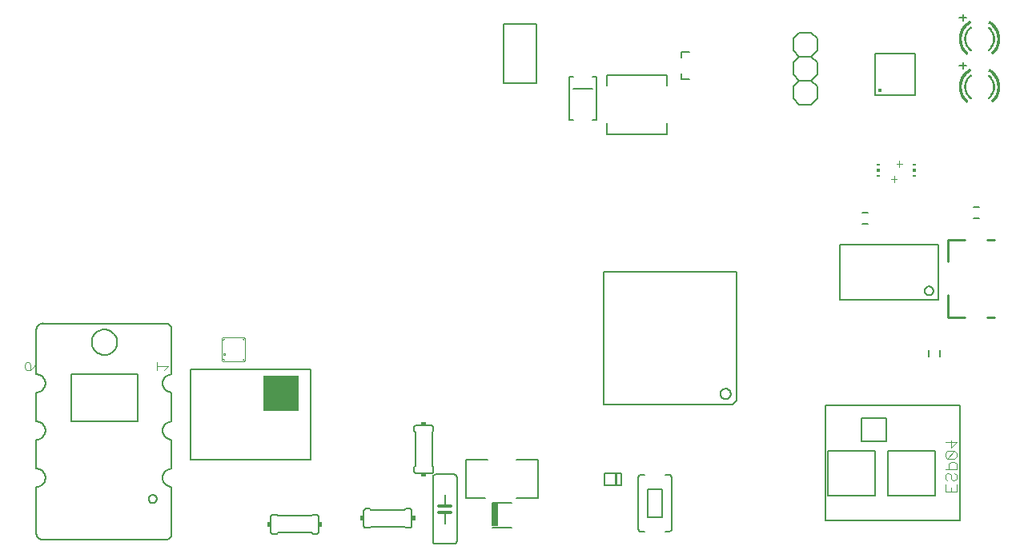
<source format=gbo>
G75*
G70*
%OFA0B0*%
%FSLAX24Y24*%
%IPPOS*%
%LPD*%
%AMOC8*
5,1,8,0,0,1.08239X$1,22.5*
%
%ADD10C,0.0060*%
%ADD11C,0.0100*%
%ADD12C,0.0030*%
%ADD13R,0.0118X0.0059*%
%ADD14R,0.0118X0.0118*%
%ADD15C,0.0010*%
%ADD16C,0.0050*%
%ADD17R,0.0150X0.0200*%
%ADD18C,0.0080*%
%ADD19R,0.0266X0.0965*%
%ADD20C,0.0120*%
%ADD21R,0.0200X0.0150*%
%ADD22C,0.0040*%
%ADD23R,0.1500X0.1500*%
%ADD24C,0.0020*%
%ADD25C,0.0008*%
%ADD26C,0.0176*%
D10*
X013007Y005522D02*
X013007Y006122D01*
X013009Y006139D01*
X013013Y006156D01*
X013020Y006172D01*
X013030Y006186D01*
X013043Y006199D01*
X013057Y006209D01*
X013073Y006216D01*
X013090Y006220D01*
X013107Y006222D01*
X013257Y006222D01*
X013307Y006172D01*
X014707Y006172D01*
X014757Y006222D01*
X014907Y006222D01*
X014924Y006220D01*
X014941Y006216D01*
X014957Y006209D01*
X014971Y006199D01*
X014984Y006186D01*
X014994Y006172D01*
X015001Y006156D01*
X015005Y006139D01*
X015007Y006122D01*
X015007Y005522D01*
X015005Y005505D01*
X015001Y005488D01*
X014994Y005472D01*
X014984Y005458D01*
X014971Y005445D01*
X014957Y005435D01*
X014941Y005428D01*
X014924Y005424D01*
X014907Y005422D01*
X014757Y005422D01*
X014707Y005472D01*
X013307Y005472D01*
X013257Y005422D01*
X013107Y005422D01*
X013090Y005424D01*
X013073Y005428D01*
X013057Y005435D01*
X013043Y005445D01*
X013030Y005458D01*
X013020Y005472D01*
X013013Y005488D01*
X013009Y005505D01*
X013007Y005522D01*
X016882Y005772D02*
X016882Y006372D01*
X016884Y006389D01*
X016888Y006406D01*
X016895Y006422D01*
X016905Y006436D01*
X016918Y006449D01*
X016932Y006459D01*
X016948Y006466D01*
X016965Y006470D01*
X016982Y006472D01*
X017132Y006472D01*
X017182Y006422D01*
X018582Y006422D01*
X018632Y006472D01*
X018782Y006472D01*
X018799Y006470D01*
X018816Y006466D01*
X018832Y006459D01*
X018846Y006449D01*
X018859Y006436D01*
X018869Y006422D01*
X018876Y006406D01*
X018880Y006389D01*
X018882Y006372D01*
X018882Y005772D01*
X018880Y005755D01*
X018876Y005738D01*
X018869Y005722D01*
X018859Y005708D01*
X018846Y005695D01*
X018832Y005685D01*
X018816Y005678D01*
X018799Y005674D01*
X018782Y005672D01*
X018632Y005672D01*
X018582Y005722D01*
X017182Y005722D01*
X017132Y005672D01*
X016982Y005672D01*
X016965Y005674D01*
X016948Y005678D01*
X016932Y005685D01*
X016918Y005695D01*
X016905Y005708D01*
X016895Y005722D01*
X016888Y005738D01*
X016884Y005755D01*
X016882Y005772D01*
X019757Y005097D02*
X019757Y007797D01*
X019759Y007814D01*
X019763Y007831D01*
X019770Y007847D01*
X019780Y007861D01*
X019793Y007874D01*
X019807Y007884D01*
X019823Y007891D01*
X019840Y007895D01*
X019857Y007897D01*
X020657Y007897D01*
X020674Y007895D01*
X020691Y007891D01*
X020707Y007884D01*
X020721Y007874D01*
X020734Y007861D01*
X020744Y007847D01*
X020751Y007831D01*
X020755Y007814D01*
X020757Y007797D01*
X020757Y005097D01*
X020755Y005080D01*
X020751Y005063D01*
X020744Y005047D01*
X020734Y005033D01*
X020721Y005020D01*
X020707Y005010D01*
X020691Y005003D01*
X020674Y004999D01*
X020657Y004997D01*
X019857Y004997D01*
X019840Y004999D01*
X019823Y005003D01*
X019807Y005010D01*
X019793Y005020D01*
X019780Y005033D01*
X019770Y005047D01*
X019763Y005063D01*
X019759Y005080D01*
X019757Y005097D01*
X020257Y005847D02*
X020257Y006317D01*
X020257Y006567D02*
X020257Y007047D01*
X019682Y007947D02*
X019082Y007947D01*
X019065Y007949D01*
X019048Y007953D01*
X019032Y007960D01*
X019018Y007970D01*
X019005Y007983D01*
X018995Y007997D01*
X018988Y008013D01*
X018984Y008030D01*
X018982Y008047D01*
X018982Y008197D01*
X019032Y008247D01*
X019032Y009647D01*
X018982Y009697D01*
X018982Y009847D01*
X018984Y009864D01*
X018988Y009881D01*
X018995Y009897D01*
X019005Y009911D01*
X019018Y009924D01*
X019032Y009934D01*
X019048Y009941D01*
X019065Y009945D01*
X019082Y009947D01*
X019682Y009947D01*
X019699Y009945D01*
X019716Y009941D01*
X019732Y009934D01*
X019746Y009924D01*
X019759Y009911D01*
X019769Y009897D01*
X019776Y009881D01*
X019780Y009864D01*
X019782Y009847D01*
X019782Y009697D01*
X019732Y009647D01*
X019732Y008247D01*
X019782Y008197D01*
X019782Y008047D01*
X019780Y008030D01*
X019776Y008013D01*
X019769Y007997D01*
X019759Y007983D01*
X019746Y007970D01*
X019732Y007960D01*
X019716Y007953D01*
X019699Y007949D01*
X019682Y007947D01*
X026862Y010802D02*
X032232Y010802D01*
X032402Y010972D01*
X032402Y016342D01*
X026862Y016342D01*
X026862Y010802D01*
X031727Y011257D02*
X031729Y011286D01*
X031735Y011315D01*
X031744Y011343D01*
X031758Y011369D01*
X031774Y011393D01*
X031794Y011415D01*
X031817Y011434D01*
X031841Y011450D01*
X031868Y011462D01*
X031896Y011471D01*
X031925Y011476D01*
X031954Y011477D01*
X031984Y011474D01*
X032012Y011467D01*
X032040Y011457D01*
X032065Y011442D01*
X032089Y011425D01*
X032110Y011405D01*
X032128Y011382D01*
X032143Y011356D01*
X032155Y011329D01*
X032163Y011301D01*
X032167Y011272D01*
X032167Y011242D01*
X032163Y011213D01*
X032155Y011185D01*
X032143Y011158D01*
X032128Y011132D01*
X032110Y011109D01*
X032089Y011089D01*
X032065Y011072D01*
X032040Y011057D01*
X032012Y011047D01*
X031984Y011040D01*
X031954Y011037D01*
X031925Y011038D01*
X031896Y011043D01*
X031868Y011052D01*
X031841Y011064D01*
X031817Y011080D01*
X031794Y011099D01*
X031774Y011121D01*
X031758Y011145D01*
X031744Y011171D01*
X031735Y011199D01*
X031729Y011228D01*
X031727Y011257D01*
X036710Y015171D02*
X040804Y015171D01*
X040804Y017474D01*
X036710Y017474D01*
X036710Y015171D01*
X040239Y015555D02*
X040241Y015581D01*
X040247Y015607D01*
X040256Y015632D01*
X040269Y015655D01*
X040285Y015676D01*
X040304Y015694D01*
X040326Y015710D01*
X040349Y015722D01*
X040374Y015730D01*
X040400Y015735D01*
X040427Y015736D01*
X040453Y015733D01*
X040478Y015726D01*
X040503Y015716D01*
X040525Y015702D01*
X040546Y015685D01*
X040563Y015666D01*
X040578Y015644D01*
X040589Y015620D01*
X040597Y015594D01*
X040601Y015568D01*
X040601Y015542D01*
X040597Y015516D01*
X040589Y015490D01*
X040578Y015466D01*
X040563Y015444D01*
X040546Y015425D01*
X040525Y015408D01*
X040503Y015394D01*
X040478Y015384D01*
X040453Y015377D01*
X040427Y015374D01*
X040400Y015375D01*
X040374Y015380D01*
X040349Y015388D01*
X040326Y015400D01*
X040304Y015416D01*
X040285Y015434D01*
X040269Y015455D01*
X040256Y015478D01*
X040247Y015503D01*
X040241Y015529D01*
X040239Y015555D01*
X040396Y013065D02*
X040396Y012829D01*
X040868Y012829D02*
X040868Y013065D01*
X037875Y018336D02*
X037639Y018336D01*
X037639Y018808D02*
X037875Y018808D01*
X042264Y018586D02*
X042500Y018586D01*
X042500Y019058D02*
X042264Y019058D01*
X035757Y023572D02*
X035507Y023322D01*
X035007Y023322D01*
X034757Y023572D01*
X034757Y024072D01*
X035007Y024322D01*
X034757Y024572D01*
X034757Y025072D01*
X035007Y025322D01*
X034757Y025572D01*
X034757Y026072D01*
X035007Y026322D01*
X035507Y026322D01*
X035757Y026072D01*
X035757Y025572D01*
X035507Y025322D01*
X035007Y025322D01*
X035507Y025322D02*
X035757Y025072D01*
X035757Y024572D01*
X035507Y024322D01*
X035007Y024322D01*
X035507Y024322D02*
X035757Y024072D01*
X035757Y023572D01*
X030442Y024387D02*
X030122Y024387D01*
X030122Y024607D01*
X030122Y025287D02*
X030122Y025507D01*
X030442Y025507D01*
X024063Y026677D02*
X024063Y024217D01*
X022700Y024217D01*
X022700Y026677D01*
X024063Y026677D01*
D11*
X041201Y017686D02*
X041201Y016781D01*
X041201Y017686D02*
X041909Y017686D01*
X042854Y017686D02*
X043130Y017686D01*
X041201Y015364D02*
X041201Y014458D01*
X041909Y014458D01*
X042854Y014458D02*
X043130Y014458D01*
D12*
X038957Y020087D02*
X038957Y020334D01*
X039080Y020211D02*
X038834Y020211D01*
X039182Y020719D02*
X039182Y020966D01*
X039305Y020842D02*
X039059Y020842D01*
D13*
X038323Y020808D03*
X038323Y020336D03*
X039816Y020336D03*
X039816Y020808D03*
D14*
X039816Y020572D03*
X038323Y020572D03*
D15*
X042105Y024815D02*
X042148Y024735D01*
X042147Y024736D02*
X042101Y024709D01*
X042057Y024678D01*
X042015Y024645D01*
X041975Y024608D01*
X041939Y024569D01*
X041905Y024527D01*
X041874Y024483D01*
X041846Y024437D01*
X041822Y024389D01*
X041801Y024340D01*
X041784Y024289D01*
X041770Y024237D01*
X041760Y024184D01*
X041754Y024131D01*
X041752Y024077D01*
X041663Y024077D01*
X041662Y024077D01*
X041664Y024133D01*
X041670Y024190D01*
X041680Y024245D01*
X041693Y024300D01*
X041710Y024354D01*
X041731Y024406D01*
X041755Y024457D01*
X041782Y024507D01*
X041813Y024554D01*
X041847Y024599D01*
X041883Y024642D01*
X041923Y024683D01*
X041965Y024720D01*
X042010Y024755D01*
X042056Y024787D01*
X042105Y024815D01*
X042109Y024807D01*
X042061Y024779D01*
X042015Y024748D01*
X041971Y024713D01*
X041929Y024676D01*
X041890Y024636D01*
X041854Y024594D01*
X041820Y024549D01*
X041790Y024502D01*
X041763Y024453D01*
X041739Y024403D01*
X041719Y024351D01*
X041702Y024298D01*
X041689Y024243D01*
X041679Y024188D01*
X041673Y024133D01*
X041671Y024077D01*
X041680Y024077D01*
X041682Y024132D01*
X041688Y024187D01*
X041698Y024242D01*
X041711Y024295D01*
X041727Y024348D01*
X041748Y024399D01*
X041771Y024449D01*
X041798Y024498D01*
X041828Y024544D01*
X041861Y024588D01*
X041897Y024630D01*
X041935Y024670D01*
X041977Y024706D01*
X042020Y024740D01*
X042066Y024771D01*
X042113Y024799D01*
X042118Y024791D01*
X042071Y024764D01*
X042025Y024733D01*
X041982Y024700D01*
X041942Y024663D01*
X041903Y024624D01*
X041868Y024583D01*
X041835Y024539D01*
X041806Y024493D01*
X041779Y024445D01*
X041756Y024396D01*
X041736Y024345D01*
X041719Y024293D01*
X041706Y024240D01*
X041697Y024186D01*
X041691Y024132D01*
X041689Y024077D01*
X041698Y024077D01*
X041700Y024131D01*
X041706Y024185D01*
X041715Y024238D01*
X041728Y024290D01*
X041744Y024342D01*
X041764Y024392D01*
X041787Y024441D01*
X041813Y024488D01*
X041843Y024534D01*
X041875Y024577D01*
X041910Y024618D01*
X041948Y024657D01*
X041988Y024693D01*
X042031Y024726D01*
X042075Y024756D01*
X042122Y024783D01*
X042126Y024776D01*
X042080Y024749D01*
X042036Y024719D01*
X041994Y024686D01*
X041954Y024650D01*
X041917Y024612D01*
X041882Y024571D01*
X041850Y024528D01*
X041821Y024484D01*
X041795Y024437D01*
X041772Y024389D01*
X041753Y024339D01*
X041737Y024288D01*
X041724Y024236D01*
X041715Y024183D01*
X041709Y024130D01*
X041707Y024077D01*
X041716Y024077D01*
X041718Y024130D01*
X041724Y024182D01*
X041733Y024234D01*
X041745Y024286D01*
X041761Y024336D01*
X041781Y024385D01*
X041803Y024433D01*
X041829Y024479D01*
X041857Y024523D01*
X041889Y024566D01*
X041923Y024606D01*
X041960Y024644D01*
X042000Y024679D01*
X042041Y024711D01*
X042085Y024741D01*
X042130Y024768D01*
X042135Y024760D01*
X042087Y024731D01*
X042041Y024700D01*
X041997Y024665D01*
X041956Y024627D01*
X041918Y024587D01*
X041883Y024544D01*
X041851Y024498D01*
X041823Y024450D01*
X041797Y024401D01*
X041776Y024349D01*
X041758Y024297D01*
X041744Y024243D01*
X041734Y024188D01*
X041727Y024133D01*
X041725Y024077D01*
X041734Y024077D01*
X041736Y024132D01*
X041743Y024187D01*
X041753Y024241D01*
X041767Y024294D01*
X041784Y024346D01*
X041806Y024397D01*
X041830Y024446D01*
X041859Y024493D01*
X041890Y024538D01*
X041925Y024581D01*
X041963Y024621D01*
X042003Y024658D01*
X042046Y024693D01*
X042091Y024724D01*
X042139Y024752D01*
X042143Y024744D01*
X042096Y024716D01*
X042051Y024685D01*
X042009Y024651D01*
X041969Y024614D01*
X041932Y024575D01*
X041898Y024533D01*
X041866Y024488D01*
X041838Y024442D01*
X041814Y024393D01*
X041793Y024343D01*
X041775Y024291D01*
X041761Y024239D01*
X041751Y024185D01*
X041745Y024131D01*
X041743Y024077D01*
X043351Y024076D02*
X043261Y024076D01*
X043262Y024077D02*
X043260Y024129D01*
X043254Y024181D01*
X043245Y024233D01*
X043232Y024283D01*
X043216Y024333D01*
X043196Y024381D01*
X043173Y024428D01*
X043147Y024473D01*
X043117Y024517D01*
X043085Y024558D01*
X043050Y024597D01*
X043012Y024633D01*
X042972Y024666D01*
X042930Y024697D01*
X042886Y024725D01*
X042930Y024803D01*
X042931Y024803D01*
X042977Y024774D01*
X043022Y024742D01*
X043064Y024707D01*
X043104Y024670D01*
X043142Y024630D01*
X043177Y024587D01*
X043209Y024543D01*
X043238Y024496D01*
X043264Y024448D01*
X043287Y024398D01*
X043306Y024346D01*
X043322Y024294D01*
X043335Y024241D01*
X043344Y024186D01*
X043350Y024132D01*
X043352Y024077D01*
X043343Y024077D01*
X043341Y024131D01*
X043335Y024185D01*
X043326Y024239D01*
X043314Y024292D01*
X043298Y024344D01*
X043278Y024394D01*
X043256Y024444D01*
X043230Y024492D01*
X043201Y024538D01*
X043170Y024582D01*
X043135Y024624D01*
X043098Y024663D01*
X043058Y024700D01*
X043016Y024735D01*
X042972Y024767D01*
X042926Y024795D01*
X042922Y024788D01*
X042967Y024759D01*
X043011Y024728D01*
X043052Y024694D01*
X043092Y024657D01*
X043128Y024618D01*
X043162Y024576D01*
X043194Y024533D01*
X043222Y024487D01*
X043248Y024440D01*
X043270Y024391D01*
X043289Y024341D01*
X043305Y024289D01*
X043317Y024237D01*
X043326Y024184D01*
X043332Y024131D01*
X043334Y024077D01*
X043325Y024077D01*
X043323Y024134D01*
X043316Y024190D01*
X043306Y024246D01*
X043292Y024301D01*
X043275Y024354D01*
X043253Y024407D01*
X043228Y024458D01*
X043200Y024507D01*
X043168Y024554D01*
X043133Y024598D01*
X043095Y024640D01*
X043054Y024680D01*
X043011Y024716D01*
X042965Y024750D01*
X042917Y024780D01*
X042913Y024772D01*
X042960Y024742D01*
X043006Y024709D01*
X043048Y024673D01*
X043089Y024634D01*
X043126Y024593D01*
X043161Y024548D01*
X043192Y024502D01*
X043220Y024454D01*
X043245Y024403D01*
X043266Y024351D01*
X043284Y024298D01*
X043298Y024244D01*
X043308Y024189D01*
X043314Y024133D01*
X043316Y024077D01*
X043307Y024077D01*
X043305Y024132D01*
X043299Y024187D01*
X043289Y024242D01*
X043275Y024296D01*
X043258Y024348D01*
X043237Y024400D01*
X043212Y024449D01*
X043185Y024497D01*
X043154Y024543D01*
X043119Y024587D01*
X043082Y024628D01*
X043042Y024666D01*
X043000Y024702D01*
X042955Y024735D01*
X042908Y024764D01*
X042904Y024756D01*
X042950Y024727D01*
X042994Y024695D01*
X043036Y024660D01*
X043076Y024622D01*
X043113Y024581D01*
X043146Y024538D01*
X043177Y024492D01*
X043204Y024445D01*
X043229Y024396D01*
X043249Y024345D01*
X043266Y024293D01*
X043280Y024240D01*
X043290Y024186D01*
X043296Y024132D01*
X043298Y024077D01*
X043289Y024077D01*
X043287Y024131D01*
X043281Y024185D01*
X043271Y024238D01*
X043258Y024291D01*
X043241Y024342D01*
X043220Y024392D01*
X043197Y024441D01*
X043169Y024488D01*
X043139Y024533D01*
X043106Y024575D01*
X043069Y024615D01*
X043030Y024653D01*
X042989Y024688D01*
X042945Y024720D01*
X042899Y024748D01*
X042895Y024741D01*
X042940Y024712D01*
X042983Y024681D01*
X043024Y024646D01*
X043063Y024609D01*
X043099Y024569D01*
X043132Y024527D01*
X043162Y024483D01*
X043189Y024437D01*
X043212Y024389D01*
X043232Y024339D01*
X043249Y024288D01*
X043262Y024236D01*
X043272Y024184D01*
X043278Y024130D01*
X043280Y024077D01*
X043271Y024077D01*
X043269Y024130D01*
X043263Y024182D01*
X043254Y024234D01*
X043241Y024286D01*
X043224Y024336D01*
X043204Y024385D01*
X043181Y024432D01*
X043154Y024478D01*
X043124Y024522D01*
X043092Y024564D01*
X043056Y024603D01*
X043018Y024640D01*
X042978Y024674D01*
X042935Y024705D01*
X042890Y024733D01*
X041883Y024067D02*
X041933Y024067D01*
X041932Y024067D02*
X041934Y024022D01*
X041940Y023978D01*
X041949Y023934D01*
X041961Y023891D01*
X041977Y023849D01*
X041996Y023809D01*
X042018Y023770D01*
X042043Y023733D01*
X042070Y023698D01*
X042101Y023665D01*
X042134Y023635D01*
X042169Y023607D01*
X042140Y023567D01*
X042140Y023566D01*
X042101Y023596D01*
X042066Y023629D01*
X042033Y023665D01*
X042002Y023703D01*
X041975Y023744D01*
X041951Y023786D01*
X041931Y023830D01*
X041914Y023876D01*
X041900Y023922D01*
X041890Y023970D01*
X041884Y024018D01*
X041882Y024067D01*
X041891Y024067D01*
X041893Y024019D01*
X041899Y023972D01*
X041909Y023925D01*
X041922Y023878D01*
X041939Y023834D01*
X041959Y023790D01*
X041983Y023748D01*
X042010Y023709D01*
X042039Y023671D01*
X042072Y023636D01*
X042107Y023603D01*
X042145Y023574D01*
X042150Y023581D01*
X042113Y023610D01*
X042078Y023642D01*
X042046Y023677D01*
X042017Y023714D01*
X041991Y023753D01*
X041967Y023794D01*
X041947Y023837D01*
X041931Y023881D01*
X041918Y023927D01*
X041908Y023973D01*
X041902Y024020D01*
X041900Y024067D01*
X041909Y024067D01*
X041911Y024021D01*
X041917Y023974D01*
X041926Y023929D01*
X041939Y023884D01*
X041956Y023841D01*
X041975Y023798D01*
X041998Y023758D01*
X042024Y023719D01*
X042053Y023683D01*
X042085Y023649D01*
X042119Y023617D01*
X042155Y023588D01*
X042161Y023596D01*
X042125Y023624D01*
X042091Y023655D01*
X042060Y023689D01*
X042031Y023725D01*
X042006Y023763D01*
X041983Y023802D01*
X041964Y023844D01*
X041948Y023887D01*
X041935Y023931D01*
X041926Y023976D01*
X041920Y024021D01*
X041918Y024067D01*
X041927Y024067D01*
X041929Y024022D01*
X041935Y023977D01*
X041944Y023933D01*
X041956Y023890D01*
X041972Y023847D01*
X041991Y023807D01*
X042013Y023767D01*
X042039Y023730D01*
X042067Y023695D01*
X042097Y023661D01*
X042130Y023631D01*
X042166Y023603D01*
X043056Y023431D02*
X042998Y023499D01*
X042999Y023499D02*
X043038Y023535D01*
X043075Y023575D01*
X043109Y023616D01*
X043140Y023660D01*
X043168Y023706D01*
X043192Y023754D01*
X043213Y023804D01*
X043230Y023855D01*
X043244Y023907D01*
X043254Y023960D01*
X043260Y024013D01*
X043262Y024067D01*
X043351Y024068D01*
X043352Y024067D01*
X043350Y024011D01*
X043344Y023956D01*
X043335Y023901D01*
X043321Y023847D01*
X043305Y023794D01*
X043285Y023742D01*
X043261Y023691D01*
X043235Y023643D01*
X043205Y023596D01*
X043172Y023551D01*
X043136Y023508D01*
X043098Y023468D01*
X043057Y023430D01*
X043051Y023437D01*
X043091Y023474D01*
X043130Y023514D01*
X043165Y023556D01*
X043197Y023601D01*
X043227Y023647D01*
X043253Y023695D01*
X043277Y023745D01*
X043296Y023797D01*
X043313Y023849D01*
X043326Y023903D01*
X043335Y023957D01*
X043341Y024012D01*
X043343Y024067D01*
X043334Y024067D01*
X043332Y024013D01*
X043326Y023958D01*
X043317Y023905D01*
X043304Y023852D01*
X043288Y023800D01*
X043268Y023749D01*
X043245Y023700D01*
X043219Y023652D01*
X043190Y023606D01*
X043158Y023562D01*
X043123Y023520D01*
X043085Y023481D01*
X043045Y023444D01*
X043039Y023451D01*
X043079Y023487D01*
X043116Y023526D01*
X043151Y023567D01*
X043183Y023611D01*
X043212Y023656D01*
X043237Y023704D01*
X043260Y023752D01*
X043279Y023803D01*
X043295Y023854D01*
X043308Y023907D01*
X043317Y023960D01*
X043323Y024013D01*
X043325Y024067D01*
X043316Y024067D01*
X043314Y024014D01*
X043308Y023961D01*
X043299Y023908D01*
X043287Y023857D01*
X043271Y023806D01*
X043252Y023756D01*
X043229Y023708D01*
X043204Y023661D01*
X043175Y023616D01*
X043144Y023573D01*
X043110Y023532D01*
X043073Y023494D01*
X043033Y023458D01*
X043028Y023465D01*
X043066Y023500D01*
X043103Y023538D01*
X043137Y023579D01*
X043168Y023621D01*
X043196Y023665D01*
X043221Y023712D01*
X043243Y023759D01*
X043262Y023809D01*
X043278Y023859D01*
X043290Y023910D01*
X043299Y023962D01*
X043305Y024014D01*
X043307Y024067D01*
X043298Y024067D01*
X043296Y024015D01*
X043290Y023963D01*
X043282Y023912D01*
X043269Y023861D01*
X043254Y023812D01*
X043235Y023763D01*
X043213Y023716D01*
X043188Y023670D01*
X043160Y023626D01*
X043130Y023584D01*
X043096Y023544D01*
X043060Y023507D01*
X043022Y023471D01*
X043016Y023478D01*
X043057Y023516D01*
X043095Y023557D01*
X043130Y023600D01*
X043162Y023645D01*
X043191Y023693D01*
X043216Y023743D01*
X043238Y023794D01*
X043256Y023847D01*
X043270Y023901D01*
X043280Y023956D01*
X043287Y024011D01*
X043289Y024067D01*
X043280Y024067D01*
X043278Y024012D01*
X043271Y023957D01*
X043261Y023903D01*
X043247Y023850D01*
X043230Y023798D01*
X043208Y023747D01*
X043183Y023698D01*
X043155Y023650D01*
X043123Y023605D01*
X043088Y023563D01*
X043051Y023522D01*
X043010Y023485D01*
X043004Y023492D01*
X043044Y023529D01*
X043082Y023569D01*
X043116Y023611D01*
X043147Y023655D01*
X043175Y023702D01*
X043200Y023751D01*
X043221Y023801D01*
X043239Y023852D01*
X043253Y023905D01*
X043263Y023959D01*
X043269Y024013D01*
X043271Y024067D01*
X042129Y024568D02*
X042159Y024528D01*
X042158Y024529D02*
X042124Y024501D01*
X042093Y024471D01*
X042064Y024439D01*
X042037Y024404D01*
X042014Y024367D01*
X041993Y024329D01*
X041975Y024289D01*
X041960Y024249D01*
X041948Y024207D01*
X041939Y024164D01*
X041934Y024121D01*
X041932Y024077D01*
X041883Y024076D01*
X041882Y024077D01*
X041884Y024124D01*
X041890Y024172D01*
X041899Y024218D01*
X041912Y024264D01*
X041928Y024308D01*
X041948Y024352D01*
X041971Y024393D01*
X041997Y024433D01*
X042026Y024471D01*
X042057Y024506D01*
X042091Y024539D01*
X042128Y024569D01*
X042133Y024562D01*
X042097Y024532D01*
X042064Y024500D01*
X042032Y024465D01*
X042004Y024428D01*
X041979Y024388D01*
X041956Y024347D01*
X041937Y024305D01*
X041921Y024261D01*
X041908Y024216D01*
X041899Y024170D01*
X041893Y024124D01*
X041891Y024077D01*
X041900Y024077D01*
X041902Y024123D01*
X041908Y024169D01*
X041917Y024214D01*
X041929Y024258D01*
X041945Y024302D01*
X041964Y024343D01*
X041986Y024384D01*
X042011Y024422D01*
X042039Y024459D01*
X042070Y024493D01*
X042103Y024525D01*
X042139Y024555D01*
X042144Y024547D01*
X042109Y024519D01*
X042077Y024487D01*
X042046Y024453D01*
X042019Y024417D01*
X041994Y024379D01*
X041972Y024339D01*
X041953Y024298D01*
X041938Y024255D01*
X041926Y024212D01*
X041917Y024167D01*
X041911Y024122D01*
X041909Y024077D01*
X041918Y024077D01*
X041920Y024122D01*
X041926Y024166D01*
X041934Y024210D01*
X041946Y024253D01*
X041962Y024295D01*
X041980Y024335D01*
X042002Y024375D01*
X042026Y024412D01*
X042053Y024447D01*
X042083Y024481D01*
X042115Y024512D01*
X042150Y024540D01*
X042155Y024533D01*
X042121Y024505D01*
X042089Y024475D01*
X042060Y024442D01*
X042033Y024407D01*
X042009Y024370D01*
X041988Y024331D01*
X041970Y024291D01*
X041955Y024250D01*
X041943Y024208D01*
X041934Y024165D01*
X041929Y024121D01*
X041927Y024077D01*
X041663Y024068D02*
X041753Y024068D01*
X041752Y024067D02*
X041754Y024013D01*
X041761Y023959D01*
X041771Y023906D01*
X041784Y023853D01*
X041802Y023802D01*
X041823Y023752D01*
X041848Y023703D01*
X041876Y023657D01*
X041908Y023613D01*
X041942Y023571D01*
X041980Y023532D01*
X042020Y023495D01*
X041963Y023427D01*
X041962Y023426D01*
X041920Y023464D01*
X041881Y023504D01*
X041845Y023547D01*
X041812Y023592D01*
X041781Y023639D01*
X041754Y023688D01*
X041730Y023739D01*
X041710Y023792D01*
X041693Y023845D01*
X041680Y023900D01*
X041670Y023955D01*
X041664Y024011D01*
X041662Y024067D01*
X041671Y024067D01*
X041673Y024011D01*
X041679Y023956D01*
X041689Y023902D01*
X041702Y023848D01*
X041718Y023795D01*
X041739Y023743D01*
X041762Y023692D01*
X041789Y023644D01*
X041819Y023597D01*
X041852Y023552D01*
X041888Y023510D01*
X041927Y023470D01*
X041968Y023433D01*
X041974Y023440D01*
X041933Y023477D01*
X041895Y023516D01*
X041859Y023558D01*
X041826Y023602D01*
X041797Y023648D01*
X041770Y023697D01*
X041747Y023746D01*
X041727Y023798D01*
X041710Y023850D01*
X041697Y023903D01*
X041688Y023957D01*
X041682Y024012D01*
X041680Y024067D01*
X041689Y024067D01*
X041691Y024013D01*
X041697Y023959D01*
X041706Y023905D01*
X041719Y023852D01*
X041735Y023800D01*
X041755Y023750D01*
X041778Y023701D01*
X041804Y023653D01*
X041834Y023607D01*
X041866Y023564D01*
X041901Y023522D01*
X041939Y023483D01*
X041979Y023447D01*
X041985Y023454D01*
X041945Y023490D01*
X041908Y023528D01*
X041873Y023569D01*
X041841Y023612D01*
X041812Y023658D01*
X041786Y023705D01*
X041763Y023753D01*
X041744Y023803D01*
X041728Y023855D01*
X041715Y023907D01*
X041706Y023960D01*
X041700Y024013D01*
X041698Y024067D01*
X041707Y024067D01*
X041709Y024014D01*
X041715Y023961D01*
X041724Y023909D01*
X041736Y023857D01*
X041752Y023806D01*
X041772Y023757D01*
X041794Y023709D01*
X041820Y023662D01*
X041849Y023618D01*
X041880Y023575D01*
X041915Y023534D01*
X041952Y023496D01*
X041991Y023461D01*
X041997Y023468D01*
X041958Y023503D01*
X041921Y023540D01*
X041887Y023581D01*
X041856Y023623D01*
X041828Y023667D01*
X041802Y023713D01*
X041780Y023760D01*
X041761Y023809D01*
X041745Y023860D01*
X041733Y023911D01*
X041724Y023962D01*
X041718Y024015D01*
X041716Y024067D01*
X041725Y024067D01*
X041727Y024015D01*
X041733Y023964D01*
X041741Y023912D01*
X041754Y023862D01*
X041769Y023812D01*
X041788Y023764D01*
X041810Y023717D01*
X041835Y023672D01*
X041863Y023628D01*
X041894Y023586D01*
X041928Y023547D01*
X041964Y023509D01*
X042003Y023474D01*
X042008Y023481D01*
X041970Y023516D01*
X041934Y023553D01*
X041901Y023592D01*
X041871Y023633D01*
X041843Y023676D01*
X041818Y023721D01*
X041796Y023768D01*
X041778Y023815D01*
X041762Y023864D01*
X041750Y023914D01*
X041741Y023965D01*
X041736Y024016D01*
X041734Y024067D01*
X041743Y024067D01*
X041745Y024012D01*
X041752Y023958D01*
X041762Y023904D01*
X041776Y023850D01*
X041794Y023799D01*
X041815Y023748D01*
X041840Y023699D01*
X041869Y023652D01*
X041901Y023607D01*
X041935Y023565D01*
X041973Y023525D01*
X042014Y023488D01*
X043131Y024077D02*
X043081Y024077D01*
X043082Y024077D02*
X043080Y024124D01*
X043074Y024170D01*
X043064Y024215D01*
X043050Y024260D01*
X043033Y024303D01*
X043013Y024345D01*
X042989Y024385D01*
X042962Y024424D01*
X042932Y024459D01*
X042899Y024492D01*
X042864Y024523D01*
X042894Y024562D01*
X042895Y024562D01*
X042930Y024532D01*
X042963Y024499D01*
X042994Y024464D01*
X043021Y024427D01*
X043046Y024388D01*
X043068Y024347D01*
X043087Y024304D01*
X043103Y024260D01*
X043115Y024215D01*
X043124Y024170D01*
X043130Y024123D01*
X043132Y024077D01*
X043123Y024077D01*
X043121Y024123D01*
X043115Y024168D01*
X043107Y024213D01*
X043094Y024258D01*
X043079Y024301D01*
X043060Y024343D01*
X043039Y024383D01*
X043014Y024422D01*
X042987Y024459D01*
X042957Y024493D01*
X042924Y024525D01*
X042889Y024555D01*
X042884Y024548D01*
X042918Y024519D01*
X042950Y024487D01*
X042980Y024453D01*
X043007Y024417D01*
X043031Y024379D01*
X043052Y024339D01*
X043071Y024297D01*
X043086Y024255D01*
X043098Y024211D01*
X043107Y024167D01*
X043112Y024122D01*
X043114Y024077D01*
X043105Y024077D01*
X043103Y024125D01*
X043096Y024174D01*
X043086Y024221D01*
X043072Y024268D01*
X043054Y024313D01*
X043033Y024356D01*
X043008Y024398D01*
X042980Y024438D01*
X042949Y024475D01*
X042915Y024509D01*
X042878Y024541D01*
X042873Y024534D01*
X042909Y024503D01*
X042942Y024469D01*
X042973Y024432D01*
X043001Y024393D01*
X043025Y024352D01*
X043046Y024309D01*
X043064Y024265D01*
X043077Y024219D01*
X043087Y024172D01*
X043094Y024125D01*
X043096Y024077D01*
X043087Y024077D01*
X043085Y024124D01*
X043079Y024171D01*
X043069Y024217D01*
X043055Y024262D01*
X043038Y024305D01*
X043017Y024348D01*
X042993Y024388D01*
X042966Y024427D01*
X042936Y024463D01*
X042903Y024496D01*
X042867Y024527D01*
X042894Y023582D02*
X042863Y023622D01*
X042864Y023621D02*
X042899Y023652D01*
X042932Y023685D01*
X042962Y023720D01*
X042989Y023759D01*
X043013Y023799D01*
X043033Y023841D01*
X043050Y023884D01*
X043064Y023929D01*
X043074Y023974D01*
X043080Y024020D01*
X043082Y024067D01*
X043131Y024067D01*
X043132Y024067D01*
X043130Y024021D01*
X043124Y023974D01*
X043115Y023929D01*
X043103Y023884D01*
X043087Y023840D01*
X043068Y023797D01*
X043046Y023756D01*
X043021Y023717D01*
X042994Y023680D01*
X042963Y023645D01*
X042930Y023612D01*
X042895Y023582D01*
X042889Y023589D01*
X042924Y023619D01*
X042957Y023651D01*
X042987Y023685D01*
X043014Y023722D01*
X043039Y023761D01*
X043060Y023801D01*
X043079Y023843D01*
X043094Y023886D01*
X043107Y023931D01*
X043115Y023976D01*
X043121Y024021D01*
X043123Y024067D01*
X043114Y024067D01*
X043112Y024022D01*
X043107Y023977D01*
X043098Y023933D01*
X043086Y023889D01*
X043071Y023847D01*
X043052Y023805D01*
X043031Y023765D01*
X043007Y023727D01*
X042980Y023691D01*
X042950Y023657D01*
X042918Y023625D01*
X042884Y023596D01*
X042878Y023603D01*
X042915Y023635D01*
X042949Y023669D01*
X042980Y023706D01*
X043008Y023746D01*
X043033Y023788D01*
X043054Y023831D01*
X043072Y023876D01*
X043086Y023923D01*
X043096Y023970D01*
X043103Y024019D01*
X043105Y024067D01*
X043096Y024067D01*
X043094Y024019D01*
X043087Y023972D01*
X043077Y023925D01*
X043064Y023879D01*
X043046Y023835D01*
X043025Y023792D01*
X043001Y023751D01*
X042973Y023712D01*
X042942Y023675D01*
X042909Y023641D01*
X042873Y023610D01*
X042867Y023617D01*
X042903Y023648D01*
X042936Y023681D01*
X042966Y023717D01*
X042993Y023756D01*
X043017Y023796D01*
X043038Y023839D01*
X043055Y023882D01*
X043069Y023927D01*
X043079Y023973D01*
X043085Y024020D01*
X043087Y024067D01*
X042105Y026815D02*
X042148Y026735D01*
X042147Y026736D02*
X042101Y026709D01*
X042057Y026678D01*
X042015Y026645D01*
X041975Y026608D01*
X041939Y026569D01*
X041905Y026527D01*
X041874Y026483D01*
X041846Y026437D01*
X041822Y026389D01*
X041801Y026340D01*
X041784Y026289D01*
X041770Y026237D01*
X041760Y026184D01*
X041754Y026131D01*
X041752Y026077D01*
X041663Y026077D01*
X041662Y026077D01*
X041664Y026133D01*
X041670Y026190D01*
X041680Y026245D01*
X041693Y026300D01*
X041710Y026354D01*
X041731Y026406D01*
X041755Y026457D01*
X041782Y026507D01*
X041813Y026554D01*
X041847Y026599D01*
X041883Y026642D01*
X041923Y026683D01*
X041965Y026720D01*
X042010Y026755D01*
X042056Y026787D01*
X042105Y026815D01*
X042109Y026807D01*
X042061Y026779D01*
X042015Y026748D01*
X041971Y026713D01*
X041929Y026676D01*
X041890Y026636D01*
X041854Y026594D01*
X041820Y026549D01*
X041790Y026502D01*
X041763Y026453D01*
X041739Y026403D01*
X041719Y026351D01*
X041702Y026298D01*
X041689Y026243D01*
X041679Y026188D01*
X041673Y026133D01*
X041671Y026077D01*
X041680Y026077D01*
X041682Y026132D01*
X041688Y026187D01*
X041698Y026242D01*
X041711Y026295D01*
X041727Y026348D01*
X041748Y026399D01*
X041771Y026449D01*
X041798Y026498D01*
X041828Y026544D01*
X041861Y026588D01*
X041897Y026630D01*
X041935Y026670D01*
X041977Y026706D01*
X042020Y026740D01*
X042066Y026771D01*
X042113Y026799D01*
X042118Y026791D01*
X042071Y026764D01*
X042025Y026733D01*
X041982Y026700D01*
X041942Y026663D01*
X041903Y026624D01*
X041868Y026583D01*
X041835Y026539D01*
X041806Y026493D01*
X041779Y026445D01*
X041756Y026396D01*
X041736Y026345D01*
X041719Y026293D01*
X041706Y026240D01*
X041697Y026186D01*
X041691Y026132D01*
X041689Y026077D01*
X041698Y026077D01*
X041700Y026131D01*
X041706Y026185D01*
X041715Y026238D01*
X041728Y026290D01*
X041744Y026342D01*
X041764Y026392D01*
X041787Y026441D01*
X041813Y026488D01*
X041843Y026534D01*
X041875Y026577D01*
X041910Y026618D01*
X041948Y026657D01*
X041988Y026693D01*
X042031Y026726D01*
X042075Y026756D01*
X042122Y026783D01*
X042126Y026776D01*
X042080Y026749D01*
X042036Y026719D01*
X041994Y026686D01*
X041954Y026650D01*
X041917Y026612D01*
X041882Y026571D01*
X041850Y026528D01*
X041821Y026484D01*
X041795Y026437D01*
X041772Y026389D01*
X041753Y026339D01*
X041737Y026288D01*
X041724Y026236D01*
X041715Y026183D01*
X041709Y026130D01*
X041707Y026077D01*
X041716Y026077D01*
X041718Y026130D01*
X041724Y026182D01*
X041733Y026234D01*
X041745Y026286D01*
X041761Y026336D01*
X041781Y026385D01*
X041803Y026433D01*
X041829Y026479D01*
X041857Y026523D01*
X041889Y026566D01*
X041923Y026606D01*
X041960Y026644D01*
X042000Y026679D01*
X042041Y026711D01*
X042085Y026741D01*
X042130Y026768D01*
X042135Y026760D01*
X042087Y026731D01*
X042041Y026700D01*
X041997Y026665D01*
X041956Y026627D01*
X041918Y026587D01*
X041883Y026544D01*
X041851Y026498D01*
X041823Y026450D01*
X041797Y026401D01*
X041776Y026349D01*
X041758Y026297D01*
X041744Y026243D01*
X041734Y026188D01*
X041727Y026133D01*
X041725Y026077D01*
X041734Y026077D01*
X041736Y026132D01*
X041743Y026187D01*
X041753Y026241D01*
X041767Y026294D01*
X041784Y026346D01*
X041806Y026397D01*
X041830Y026446D01*
X041859Y026493D01*
X041890Y026538D01*
X041925Y026581D01*
X041963Y026621D01*
X042003Y026658D01*
X042046Y026693D01*
X042091Y026724D01*
X042139Y026752D01*
X042143Y026744D01*
X042096Y026716D01*
X042051Y026685D01*
X042009Y026651D01*
X041969Y026614D01*
X041932Y026575D01*
X041898Y026533D01*
X041866Y026488D01*
X041838Y026442D01*
X041814Y026393D01*
X041793Y026343D01*
X041775Y026291D01*
X041761Y026239D01*
X041751Y026185D01*
X041745Y026131D01*
X041743Y026077D01*
X043351Y026076D02*
X043261Y026076D01*
X043262Y026077D02*
X043260Y026129D01*
X043254Y026181D01*
X043245Y026233D01*
X043232Y026283D01*
X043216Y026333D01*
X043196Y026381D01*
X043173Y026428D01*
X043147Y026473D01*
X043117Y026517D01*
X043085Y026558D01*
X043050Y026597D01*
X043012Y026633D01*
X042972Y026666D01*
X042930Y026697D01*
X042886Y026725D01*
X042930Y026803D01*
X042931Y026803D01*
X042977Y026774D01*
X043022Y026742D01*
X043064Y026707D01*
X043104Y026670D01*
X043142Y026630D01*
X043177Y026587D01*
X043209Y026543D01*
X043238Y026496D01*
X043264Y026448D01*
X043287Y026398D01*
X043306Y026346D01*
X043322Y026294D01*
X043335Y026241D01*
X043344Y026186D01*
X043350Y026132D01*
X043352Y026077D01*
X043343Y026077D01*
X043341Y026131D01*
X043335Y026185D01*
X043326Y026239D01*
X043314Y026292D01*
X043298Y026344D01*
X043278Y026394D01*
X043256Y026444D01*
X043230Y026492D01*
X043201Y026538D01*
X043170Y026582D01*
X043135Y026624D01*
X043098Y026663D01*
X043058Y026700D01*
X043016Y026735D01*
X042972Y026767D01*
X042926Y026795D01*
X042922Y026788D01*
X042967Y026759D01*
X043011Y026728D01*
X043052Y026694D01*
X043092Y026657D01*
X043128Y026618D01*
X043162Y026576D01*
X043194Y026533D01*
X043222Y026487D01*
X043248Y026440D01*
X043270Y026391D01*
X043289Y026341D01*
X043305Y026289D01*
X043317Y026237D01*
X043326Y026184D01*
X043332Y026131D01*
X043334Y026077D01*
X043325Y026077D01*
X043323Y026134D01*
X043316Y026190D01*
X043306Y026246D01*
X043292Y026301D01*
X043275Y026354D01*
X043253Y026407D01*
X043228Y026458D01*
X043200Y026507D01*
X043168Y026554D01*
X043133Y026598D01*
X043095Y026640D01*
X043054Y026680D01*
X043011Y026716D01*
X042965Y026750D01*
X042917Y026780D01*
X042913Y026772D01*
X042960Y026742D01*
X043006Y026709D01*
X043048Y026673D01*
X043089Y026634D01*
X043126Y026593D01*
X043161Y026548D01*
X043192Y026502D01*
X043220Y026454D01*
X043245Y026403D01*
X043266Y026351D01*
X043284Y026298D01*
X043298Y026244D01*
X043308Y026189D01*
X043314Y026133D01*
X043316Y026077D01*
X043307Y026077D01*
X043305Y026132D01*
X043299Y026187D01*
X043289Y026242D01*
X043275Y026296D01*
X043258Y026348D01*
X043237Y026400D01*
X043212Y026449D01*
X043185Y026497D01*
X043154Y026543D01*
X043119Y026587D01*
X043082Y026628D01*
X043042Y026666D01*
X043000Y026702D01*
X042955Y026735D01*
X042908Y026764D01*
X042904Y026756D01*
X042950Y026727D01*
X042994Y026695D01*
X043036Y026660D01*
X043076Y026622D01*
X043113Y026581D01*
X043146Y026538D01*
X043177Y026492D01*
X043204Y026445D01*
X043229Y026396D01*
X043249Y026345D01*
X043266Y026293D01*
X043280Y026240D01*
X043290Y026186D01*
X043296Y026132D01*
X043298Y026077D01*
X043289Y026077D01*
X043287Y026131D01*
X043281Y026185D01*
X043271Y026238D01*
X043258Y026291D01*
X043241Y026342D01*
X043220Y026392D01*
X043197Y026441D01*
X043169Y026488D01*
X043139Y026533D01*
X043106Y026575D01*
X043069Y026615D01*
X043030Y026653D01*
X042989Y026688D01*
X042945Y026720D01*
X042899Y026748D01*
X042895Y026741D01*
X042940Y026712D01*
X042983Y026681D01*
X043024Y026646D01*
X043063Y026609D01*
X043099Y026569D01*
X043132Y026527D01*
X043162Y026483D01*
X043189Y026437D01*
X043212Y026389D01*
X043232Y026339D01*
X043249Y026288D01*
X043262Y026236D01*
X043272Y026184D01*
X043278Y026130D01*
X043280Y026077D01*
X043271Y026077D01*
X043269Y026130D01*
X043263Y026182D01*
X043254Y026234D01*
X043241Y026286D01*
X043224Y026336D01*
X043204Y026385D01*
X043181Y026432D01*
X043154Y026478D01*
X043124Y026522D01*
X043092Y026564D01*
X043056Y026603D01*
X043018Y026640D01*
X042978Y026674D01*
X042935Y026705D01*
X042890Y026733D01*
X041883Y026067D02*
X041933Y026067D01*
X041932Y026067D02*
X041934Y026022D01*
X041940Y025978D01*
X041949Y025934D01*
X041961Y025891D01*
X041977Y025849D01*
X041996Y025809D01*
X042018Y025770D01*
X042043Y025733D01*
X042070Y025698D01*
X042101Y025665D01*
X042134Y025635D01*
X042169Y025607D01*
X042140Y025567D01*
X042140Y025566D01*
X042101Y025596D01*
X042066Y025629D01*
X042033Y025665D01*
X042002Y025703D01*
X041975Y025744D01*
X041951Y025786D01*
X041931Y025830D01*
X041914Y025876D01*
X041900Y025922D01*
X041890Y025970D01*
X041884Y026018D01*
X041882Y026067D01*
X041891Y026067D01*
X041893Y026019D01*
X041899Y025972D01*
X041909Y025925D01*
X041922Y025878D01*
X041939Y025834D01*
X041959Y025790D01*
X041983Y025748D01*
X042010Y025709D01*
X042039Y025671D01*
X042072Y025636D01*
X042107Y025603D01*
X042145Y025574D01*
X042150Y025581D01*
X042113Y025610D01*
X042078Y025642D01*
X042046Y025677D01*
X042017Y025714D01*
X041991Y025753D01*
X041967Y025794D01*
X041947Y025837D01*
X041931Y025881D01*
X041918Y025927D01*
X041908Y025973D01*
X041902Y026020D01*
X041900Y026067D01*
X041909Y026067D01*
X041911Y026021D01*
X041917Y025974D01*
X041926Y025929D01*
X041939Y025884D01*
X041956Y025841D01*
X041975Y025798D01*
X041998Y025758D01*
X042024Y025719D01*
X042053Y025683D01*
X042085Y025649D01*
X042119Y025617D01*
X042155Y025588D01*
X042161Y025596D01*
X042125Y025624D01*
X042091Y025655D01*
X042060Y025689D01*
X042031Y025725D01*
X042006Y025763D01*
X041983Y025802D01*
X041964Y025844D01*
X041948Y025887D01*
X041935Y025931D01*
X041926Y025976D01*
X041920Y026021D01*
X041918Y026067D01*
X041927Y026067D01*
X041929Y026022D01*
X041935Y025977D01*
X041944Y025933D01*
X041956Y025890D01*
X041972Y025847D01*
X041991Y025807D01*
X042013Y025767D01*
X042039Y025730D01*
X042067Y025695D01*
X042097Y025661D01*
X042130Y025631D01*
X042166Y025603D01*
X043056Y025431D02*
X042998Y025499D01*
X042999Y025499D02*
X043038Y025535D01*
X043075Y025575D01*
X043109Y025616D01*
X043140Y025660D01*
X043168Y025706D01*
X043192Y025754D01*
X043213Y025804D01*
X043230Y025855D01*
X043244Y025907D01*
X043254Y025960D01*
X043260Y026013D01*
X043262Y026067D01*
X043351Y026068D01*
X043352Y026067D01*
X043350Y026011D01*
X043344Y025956D01*
X043335Y025901D01*
X043321Y025847D01*
X043305Y025794D01*
X043285Y025742D01*
X043261Y025691D01*
X043235Y025643D01*
X043205Y025596D01*
X043172Y025551D01*
X043136Y025508D01*
X043098Y025468D01*
X043057Y025430D01*
X043051Y025437D01*
X043091Y025474D01*
X043130Y025514D01*
X043165Y025556D01*
X043197Y025601D01*
X043227Y025647D01*
X043253Y025695D01*
X043277Y025745D01*
X043296Y025797D01*
X043313Y025849D01*
X043326Y025903D01*
X043335Y025957D01*
X043341Y026012D01*
X043343Y026067D01*
X043334Y026067D01*
X043332Y026013D01*
X043326Y025958D01*
X043317Y025905D01*
X043304Y025852D01*
X043288Y025800D01*
X043268Y025749D01*
X043245Y025700D01*
X043219Y025652D01*
X043190Y025606D01*
X043158Y025562D01*
X043123Y025520D01*
X043085Y025481D01*
X043045Y025444D01*
X043039Y025451D01*
X043079Y025487D01*
X043116Y025526D01*
X043151Y025567D01*
X043183Y025611D01*
X043212Y025656D01*
X043237Y025704D01*
X043260Y025752D01*
X043279Y025803D01*
X043295Y025854D01*
X043308Y025907D01*
X043317Y025960D01*
X043323Y026013D01*
X043325Y026067D01*
X043316Y026067D01*
X043314Y026014D01*
X043308Y025961D01*
X043299Y025908D01*
X043287Y025857D01*
X043271Y025806D01*
X043252Y025756D01*
X043229Y025708D01*
X043204Y025661D01*
X043175Y025616D01*
X043144Y025573D01*
X043110Y025532D01*
X043073Y025494D01*
X043033Y025458D01*
X043028Y025465D01*
X043066Y025500D01*
X043103Y025538D01*
X043137Y025579D01*
X043168Y025621D01*
X043196Y025665D01*
X043221Y025712D01*
X043243Y025759D01*
X043262Y025809D01*
X043278Y025859D01*
X043290Y025910D01*
X043299Y025962D01*
X043305Y026014D01*
X043307Y026067D01*
X043298Y026067D01*
X043296Y026015D01*
X043290Y025963D01*
X043282Y025912D01*
X043269Y025861D01*
X043254Y025812D01*
X043235Y025763D01*
X043213Y025716D01*
X043188Y025670D01*
X043160Y025626D01*
X043130Y025584D01*
X043096Y025544D01*
X043060Y025507D01*
X043022Y025471D01*
X043016Y025478D01*
X043057Y025516D01*
X043095Y025557D01*
X043130Y025600D01*
X043162Y025645D01*
X043191Y025693D01*
X043216Y025743D01*
X043238Y025794D01*
X043256Y025847D01*
X043270Y025901D01*
X043280Y025956D01*
X043287Y026011D01*
X043289Y026067D01*
X043280Y026067D01*
X043278Y026012D01*
X043271Y025957D01*
X043261Y025903D01*
X043247Y025850D01*
X043230Y025798D01*
X043208Y025747D01*
X043183Y025698D01*
X043155Y025650D01*
X043123Y025605D01*
X043088Y025563D01*
X043051Y025522D01*
X043010Y025485D01*
X043004Y025492D01*
X043044Y025529D01*
X043082Y025569D01*
X043116Y025611D01*
X043147Y025655D01*
X043175Y025702D01*
X043200Y025751D01*
X043221Y025801D01*
X043239Y025852D01*
X043253Y025905D01*
X043263Y025959D01*
X043269Y026013D01*
X043271Y026067D01*
X042129Y026568D02*
X042159Y026528D01*
X042158Y026529D02*
X042124Y026501D01*
X042093Y026471D01*
X042064Y026439D01*
X042037Y026404D01*
X042014Y026367D01*
X041993Y026329D01*
X041975Y026289D01*
X041960Y026249D01*
X041948Y026207D01*
X041939Y026164D01*
X041934Y026121D01*
X041932Y026077D01*
X041883Y026076D01*
X041882Y026077D01*
X041884Y026124D01*
X041890Y026172D01*
X041899Y026218D01*
X041912Y026264D01*
X041928Y026308D01*
X041948Y026352D01*
X041971Y026393D01*
X041997Y026433D01*
X042026Y026471D01*
X042057Y026506D01*
X042091Y026539D01*
X042128Y026569D01*
X042133Y026562D01*
X042097Y026532D01*
X042064Y026500D01*
X042032Y026465D01*
X042004Y026428D01*
X041979Y026388D01*
X041956Y026347D01*
X041937Y026305D01*
X041921Y026261D01*
X041908Y026216D01*
X041899Y026170D01*
X041893Y026124D01*
X041891Y026077D01*
X041900Y026077D01*
X041902Y026123D01*
X041908Y026169D01*
X041917Y026214D01*
X041929Y026258D01*
X041945Y026302D01*
X041964Y026343D01*
X041986Y026384D01*
X042011Y026422D01*
X042039Y026459D01*
X042070Y026493D01*
X042103Y026525D01*
X042139Y026555D01*
X042144Y026547D01*
X042109Y026519D01*
X042077Y026487D01*
X042046Y026453D01*
X042019Y026417D01*
X041994Y026379D01*
X041972Y026339D01*
X041953Y026298D01*
X041938Y026255D01*
X041926Y026212D01*
X041917Y026167D01*
X041911Y026122D01*
X041909Y026077D01*
X041918Y026077D01*
X041920Y026122D01*
X041926Y026166D01*
X041934Y026210D01*
X041946Y026253D01*
X041962Y026295D01*
X041980Y026335D01*
X042002Y026375D01*
X042026Y026412D01*
X042053Y026447D01*
X042083Y026481D01*
X042115Y026512D01*
X042150Y026540D01*
X042155Y026533D01*
X042121Y026505D01*
X042089Y026475D01*
X042060Y026442D01*
X042033Y026407D01*
X042009Y026370D01*
X041988Y026331D01*
X041970Y026291D01*
X041955Y026250D01*
X041943Y026208D01*
X041934Y026165D01*
X041929Y026121D01*
X041927Y026077D01*
X041663Y026068D02*
X041753Y026068D01*
X041752Y026067D02*
X041754Y026013D01*
X041761Y025959D01*
X041771Y025906D01*
X041784Y025853D01*
X041802Y025802D01*
X041823Y025752D01*
X041848Y025703D01*
X041876Y025657D01*
X041908Y025613D01*
X041942Y025571D01*
X041980Y025532D01*
X042020Y025495D01*
X041963Y025427D01*
X041962Y025426D01*
X041920Y025464D01*
X041881Y025504D01*
X041845Y025547D01*
X041812Y025592D01*
X041781Y025639D01*
X041754Y025688D01*
X041730Y025739D01*
X041710Y025792D01*
X041693Y025845D01*
X041680Y025900D01*
X041670Y025955D01*
X041664Y026011D01*
X041662Y026067D01*
X041671Y026067D01*
X041673Y026011D01*
X041679Y025956D01*
X041689Y025902D01*
X041702Y025848D01*
X041718Y025795D01*
X041739Y025743D01*
X041762Y025692D01*
X041789Y025644D01*
X041819Y025597D01*
X041852Y025552D01*
X041888Y025510D01*
X041927Y025470D01*
X041968Y025433D01*
X041974Y025440D01*
X041933Y025477D01*
X041895Y025516D01*
X041859Y025558D01*
X041826Y025602D01*
X041797Y025648D01*
X041770Y025697D01*
X041747Y025746D01*
X041727Y025798D01*
X041710Y025850D01*
X041697Y025903D01*
X041688Y025957D01*
X041682Y026012D01*
X041680Y026067D01*
X041689Y026067D01*
X041691Y026013D01*
X041697Y025959D01*
X041706Y025905D01*
X041719Y025852D01*
X041735Y025800D01*
X041755Y025750D01*
X041778Y025701D01*
X041804Y025653D01*
X041834Y025607D01*
X041866Y025564D01*
X041901Y025522D01*
X041939Y025483D01*
X041979Y025447D01*
X041985Y025454D01*
X041945Y025490D01*
X041908Y025528D01*
X041873Y025569D01*
X041841Y025612D01*
X041812Y025658D01*
X041786Y025705D01*
X041763Y025753D01*
X041744Y025803D01*
X041728Y025855D01*
X041715Y025907D01*
X041706Y025960D01*
X041700Y026013D01*
X041698Y026067D01*
X041707Y026067D01*
X041709Y026014D01*
X041715Y025961D01*
X041724Y025909D01*
X041736Y025857D01*
X041752Y025806D01*
X041772Y025757D01*
X041794Y025709D01*
X041820Y025662D01*
X041849Y025618D01*
X041880Y025575D01*
X041915Y025534D01*
X041952Y025496D01*
X041991Y025461D01*
X041997Y025468D01*
X041958Y025503D01*
X041921Y025540D01*
X041887Y025581D01*
X041856Y025623D01*
X041828Y025667D01*
X041802Y025713D01*
X041780Y025760D01*
X041761Y025809D01*
X041745Y025860D01*
X041733Y025911D01*
X041724Y025962D01*
X041718Y026015D01*
X041716Y026067D01*
X041725Y026067D01*
X041727Y026015D01*
X041733Y025964D01*
X041741Y025912D01*
X041754Y025862D01*
X041769Y025812D01*
X041788Y025764D01*
X041810Y025717D01*
X041835Y025672D01*
X041863Y025628D01*
X041894Y025586D01*
X041928Y025547D01*
X041964Y025509D01*
X042003Y025474D01*
X042008Y025481D01*
X041970Y025516D01*
X041934Y025553D01*
X041901Y025592D01*
X041871Y025633D01*
X041843Y025676D01*
X041818Y025721D01*
X041796Y025768D01*
X041778Y025815D01*
X041762Y025864D01*
X041750Y025914D01*
X041741Y025965D01*
X041736Y026016D01*
X041734Y026067D01*
X041743Y026067D01*
X041745Y026012D01*
X041752Y025958D01*
X041762Y025904D01*
X041776Y025850D01*
X041794Y025799D01*
X041815Y025748D01*
X041840Y025699D01*
X041869Y025652D01*
X041901Y025607D01*
X041935Y025565D01*
X041973Y025525D01*
X042014Y025488D01*
X043131Y026077D02*
X043081Y026077D01*
X043082Y026077D02*
X043080Y026124D01*
X043074Y026170D01*
X043064Y026215D01*
X043050Y026260D01*
X043033Y026303D01*
X043013Y026345D01*
X042989Y026385D01*
X042962Y026424D01*
X042932Y026459D01*
X042899Y026492D01*
X042864Y026523D01*
X042894Y026562D01*
X042895Y026562D01*
X042930Y026532D01*
X042963Y026499D01*
X042994Y026464D01*
X043021Y026427D01*
X043046Y026388D01*
X043068Y026347D01*
X043087Y026304D01*
X043103Y026260D01*
X043115Y026215D01*
X043124Y026170D01*
X043130Y026123D01*
X043132Y026077D01*
X043123Y026077D01*
X043121Y026123D01*
X043115Y026168D01*
X043107Y026213D01*
X043094Y026258D01*
X043079Y026301D01*
X043060Y026343D01*
X043039Y026383D01*
X043014Y026422D01*
X042987Y026459D01*
X042957Y026493D01*
X042924Y026525D01*
X042889Y026555D01*
X042884Y026548D01*
X042918Y026519D01*
X042950Y026487D01*
X042980Y026453D01*
X043007Y026417D01*
X043031Y026379D01*
X043052Y026339D01*
X043071Y026297D01*
X043086Y026255D01*
X043098Y026211D01*
X043107Y026167D01*
X043112Y026122D01*
X043114Y026077D01*
X043105Y026077D01*
X043103Y026125D01*
X043096Y026174D01*
X043086Y026221D01*
X043072Y026268D01*
X043054Y026313D01*
X043033Y026356D01*
X043008Y026398D01*
X042980Y026438D01*
X042949Y026475D01*
X042915Y026509D01*
X042878Y026541D01*
X042873Y026534D01*
X042909Y026503D01*
X042942Y026469D01*
X042973Y026432D01*
X043001Y026393D01*
X043025Y026352D01*
X043046Y026309D01*
X043064Y026265D01*
X043077Y026219D01*
X043087Y026172D01*
X043094Y026125D01*
X043096Y026077D01*
X043087Y026077D01*
X043085Y026124D01*
X043079Y026171D01*
X043069Y026217D01*
X043055Y026262D01*
X043038Y026305D01*
X043017Y026348D01*
X042993Y026388D01*
X042966Y026427D01*
X042936Y026463D01*
X042903Y026496D01*
X042867Y026527D01*
X042894Y025582D02*
X042863Y025622D01*
X042864Y025621D02*
X042899Y025652D01*
X042932Y025685D01*
X042962Y025720D01*
X042989Y025759D01*
X043013Y025799D01*
X043033Y025841D01*
X043050Y025884D01*
X043064Y025929D01*
X043074Y025974D01*
X043080Y026020D01*
X043082Y026067D01*
X043131Y026067D01*
X043132Y026067D01*
X043130Y026021D01*
X043124Y025974D01*
X043115Y025929D01*
X043103Y025884D01*
X043087Y025840D01*
X043068Y025797D01*
X043046Y025756D01*
X043021Y025717D01*
X042994Y025680D01*
X042963Y025645D01*
X042930Y025612D01*
X042895Y025582D01*
X042889Y025589D01*
X042924Y025619D01*
X042957Y025651D01*
X042987Y025685D01*
X043014Y025722D01*
X043039Y025761D01*
X043060Y025801D01*
X043079Y025843D01*
X043094Y025886D01*
X043107Y025931D01*
X043115Y025976D01*
X043121Y026021D01*
X043123Y026067D01*
X043114Y026067D01*
X043112Y026022D01*
X043107Y025977D01*
X043098Y025933D01*
X043086Y025889D01*
X043071Y025847D01*
X043052Y025805D01*
X043031Y025765D01*
X043007Y025727D01*
X042980Y025691D01*
X042950Y025657D01*
X042918Y025625D01*
X042884Y025596D01*
X042878Y025603D01*
X042915Y025635D01*
X042949Y025669D01*
X042980Y025706D01*
X043008Y025746D01*
X043033Y025788D01*
X043054Y025831D01*
X043072Y025876D01*
X043086Y025923D01*
X043096Y025970D01*
X043103Y026019D01*
X043105Y026067D01*
X043096Y026067D01*
X043094Y026019D01*
X043087Y025972D01*
X043077Y025925D01*
X043064Y025879D01*
X043046Y025835D01*
X043025Y025792D01*
X043001Y025751D01*
X042973Y025712D01*
X042942Y025675D01*
X042909Y025641D01*
X042873Y025610D01*
X042867Y025617D01*
X042903Y025648D01*
X042936Y025681D01*
X042966Y025717D01*
X042993Y025756D01*
X043017Y025796D01*
X043038Y025839D01*
X043055Y025882D01*
X043069Y025927D01*
X043079Y025973D01*
X043085Y026020D01*
X043087Y026067D01*
D16*
X008609Y005181D02*
X003491Y005181D01*
X003491Y005180D02*
X003461Y005184D01*
X003431Y005192D01*
X003402Y005203D01*
X003374Y005218D01*
X003349Y005236D01*
X003326Y005257D01*
X003306Y005281D01*
X003289Y005307D01*
X003275Y005334D01*
X003264Y005364D01*
X003257Y005394D01*
X003254Y005425D01*
X003255Y005456D01*
X003255Y007385D01*
X003293Y007387D01*
X003330Y007393D01*
X003367Y007402D01*
X003402Y007415D01*
X003437Y007432D01*
X003469Y007452D01*
X003499Y007475D01*
X003526Y007501D01*
X003551Y007530D01*
X003572Y007561D01*
X003591Y007594D01*
X003606Y007629D01*
X003617Y007665D01*
X003625Y007702D01*
X003629Y007740D01*
X003629Y007778D01*
X003625Y007816D01*
X003617Y007853D01*
X003606Y007889D01*
X003591Y007924D01*
X003572Y007957D01*
X003551Y007988D01*
X003526Y008017D01*
X003499Y008043D01*
X003469Y008066D01*
X003437Y008086D01*
X003402Y008103D01*
X003367Y008116D01*
X003330Y008125D01*
X003293Y008131D01*
X003255Y008133D01*
X003255Y009354D01*
X003293Y009356D01*
X003330Y009362D01*
X003367Y009371D01*
X003402Y009384D01*
X003437Y009401D01*
X003469Y009421D01*
X003499Y009444D01*
X003526Y009470D01*
X003551Y009499D01*
X003572Y009530D01*
X003591Y009563D01*
X003606Y009598D01*
X003617Y009634D01*
X003625Y009671D01*
X003629Y009709D01*
X003629Y009747D01*
X003625Y009785D01*
X003617Y009822D01*
X003606Y009858D01*
X003591Y009893D01*
X003572Y009926D01*
X003551Y009957D01*
X003526Y009986D01*
X003499Y010012D01*
X003469Y010035D01*
X003437Y010055D01*
X003402Y010072D01*
X003367Y010085D01*
X003330Y010094D01*
X003293Y010100D01*
X003255Y010102D01*
X003255Y011322D01*
X003293Y011324D01*
X003330Y011330D01*
X003367Y011339D01*
X003402Y011352D01*
X003437Y011369D01*
X003469Y011389D01*
X003499Y011412D01*
X003526Y011438D01*
X003551Y011467D01*
X003572Y011498D01*
X003591Y011531D01*
X003606Y011566D01*
X003617Y011602D01*
X003625Y011639D01*
X003629Y011677D01*
X003629Y011715D01*
X003625Y011753D01*
X003617Y011790D01*
X003606Y011826D01*
X003591Y011861D01*
X003572Y011894D01*
X003551Y011925D01*
X003526Y011954D01*
X003499Y011980D01*
X003469Y012003D01*
X003437Y012023D01*
X003402Y012040D01*
X003367Y012053D01*
X003330Y012062D01*
X003293Y012068D01*
X003255Y012070D01*
X003255Y013960D01*
X003259Y013990D01*
X003267Y014020D01*
X003278Y014049D01*
X003293Y014077D01*
X003311Y014102D01*
X003332Y014125D01*
X003356Y014145D01*
X003382Y014162D01*
X003409Y014176D01*
X003439Y014187D01*
X003469Y014194D01*
X003500Y014197D01*
X003531Y014196D01*
X003530Y014196D02*
X008649Y014196D01*
X008679Y014192D01*
X008709Y014184D01*
X008738Y014173D01*
X008766Y014158D01*
X008791Y014140D01*
X008814Y014119D01*
X008834Y014095D01*
X008851Y014069D01*
X008865Y014042D01*
X008876Y014012D01*
X008883Y013982D01*
X008886Y013951D01*
X008885Y013920D01*
X008885Y013921D02*
X008885Y012070D01*
X008847Y012068D01*
X008810Y012062D01*
X008773Y012053D01*
X008738Y012040D01*
X008703Y012023D01*
X008671Y012003D01*
X008641Y011980D01*
X008614Y011954D01*
X008589Y011925D01*
X008568Y011894D01*
X008549Y011861D01*
X008534Y011826D01*
X008523Y011790D01*
X008515Y011753D01*
X008511Y011715D01*
X008511Y011677D01*
X008515Y011639D01*
X008523Y011602D01*
X008534Y011566D01*
X008549Y011531D01*
X008568Y011498D01*
X008589Y011467D01*
X008614Y011438D01*
X008641Y011412D01*
X008671Y011389D01*
X008703Y011369D01*
X008738Y011352D01*
X008773Y011339D01*
X008810Y011330D01*
X008847Y011324D01*
X008885Y011322D01*
X008885Y010102D01*
X008847Y010100D01*
X008810Y010094D01*
X008773Y010085D01*
X008738Y010072D01*
X008703Y010055D01*
X008671Y010035D01*
X008641Y010012D01*
X008614Y009986D01*
X008589Y009957D01*
X008568Y009926D01*
X008549Y009893D01*
X008534Y009858D01*
X008523Y009822D01*
X008515Y009785D01*
X008511Y009747D01*
X008511Y009709D01*
X008515Y009671D01*
X008523Y009634D01*
X008534Y009598D01*
X008549Y009563D01*
X008568Y009530D01*
X008589Y009499D01*
X008614Y009470D01*
X008641Y009444D01*
X008671Y009421D01*
X008703Y009401D01*
X008738Y009384D01*
X008773Y009371D01*
X008810Y009362D01*
X008847Y009356D01*
X008885Y009354D01*
X008885Y008133D01*
X008847Y008131D01*
X008810Y008125D01*
X008773Y008116D01*
X008738Y008103D01*
X008703Y008086D01*
X008671Y008066D01*
X008641Y008043D01*
X008614Y008017D01*
X008589Y007988D01*
X008568Y007957D01*
X008549Y007924D01*
X008534Y007889D01*
X008523Y007853D01*
X008515Y007816D01*
X008511Y007778D01*
X008511Y007740D01*
X008515Y007702D01*
X008523Y007665D01*
X008534Y007629D01*
X008549Y007594D01*
X008568Y007561D01*
X008589Y007530D01*
X008614Y007501D01*
X008641Y007475D01*
X008671Y007452D01*
X008703Y007432D01*
X008738Y007415D01*
X008773Y007402D01*
X008810Y007393D01*
X008847Y007387D01*
X008885Y007385D01*
X008885Y005417D01*
X008885Y005416D02*
X008881Y005386D01*
X008873Y005356D01*
X008862Y005327D01*
X008847Y005299D01*
X008829Y005274D01*
X008808Y005251D01*
X008784Y005231D01*
X008758Y005214D01*
X008731Y005200D01*
X008701Y005189D01*
X008671Y005182D01*
X008640Y005179D01*
X008609Y005180D01*
X007930Y006873D02*
X007932Y006898D01*
X007938Y006923D01*
X007947Y006947D01*
X007960Y006969D01*
X007977Y006989D01*
X007996Y007006D01*
X008017Y007020D01*
X008041Y007030D01*
X008065Y007037D01*
X008091Y007040D01*
X008116Y007039D01*
X008141Y007034D01*
X008165Y007025D01*
X008188Y007013D01*
X008208Y006998D01*
X008226Y006979D01*
X008241Y006958D01*
X008252Y006935D01*
X008260Y006911D01*
X008264Y006886D01*
X008264Y006860D01*
X008260Y006835D01*
X008252Y006811D01*
X008241Y006788D01*
X008226Y006767D01*
X008208Y006748D01*
X008188Y006733D01*
X008165Y006721D01*
X008141Y006712D01*
X008116Y006707D01*
X008091Y006706D01*
X008065Y006709D01*
X008041Y006716D01*
X008017Y006726D01*
X007996Y006740D01*
X007977Y006757D01*
X007960Y006777D01*
X007947Y006799D01*
X007938Y006823D01*
X007932Y006848D01*
X007930Y006873D01*
X009678Y008524D02*
X009678Y012274D01*
X014678Y012274D01*
X014678Y008524D01*
X009678Y008524D01*
X007467Y010102D02*
X004712Y010102D01*
X004712Y012070D01*
X007467Y012070D01*
X007467Y010102D01*
X005558Y013409D02*
X005560Y013455D01*
X005566Y013500D01*
X005576Y013545D01*
X005589Y013588D01*
X005606Y013631D01*
X005627Y013671D01*
X005651Y013710D01*
X005679Y013746D01*
X005710Y013780D01*
X005743Y013812D01*
X005779Y013840D01*
X005817Y013865D01*
X005857Y013887D01*
X005899Y013905D01*
X005942Y013919D01*
X005987Y013930D01*
X006032Y013937D01*
X006078Y013940D01*
X006123Y013939D01*
X006169Y013934D01*
X006214Y013925D01*
X006257Y013913D01*
X006300Y013896D01*
X006341Y013876D01*
X006380Y013853D01*
X006418Y013826D01*
X006452Y013796D01*
X006484Y013764D01*
X006513Y013728D01*
X006539Y013691D01*
X006562Y013651D01*
X006581Y013610D01*
X006596Y013567D01*
X006608Y013522D01*
X006616Y013477D01*
X006620Y013432D01*
X006620Y013386D01*
X006616Y013341D01*
X006608Y013296D01*
X006596Y013251D01*
X006581Y013208D01*
X006562Y013167D01*
X006539Y013127D01*
X006513Y013090D01*
X006484Y013054D01*
X006452Y013022D01*
X006418Y012992D01*
X006380Y012965D01*
X006341Y012942D01*
X006300Y012922D01*
X006257Y012905D01*
X006214Y012893D01*
X006169Y012884D01*
X006123Y012879D01*
X006078Y012878D01*
X006032Y012881D01*
X005987Y012888D01*
X005942Y012899D01*
X005899Y012913D01*
X005857Y012931D01*
X005817Y012953D01*
X005779Y012978D01*
X005743Y013006D01*
X005710Y013038D01*
X005679Y013072D01*
X005651Y013108D01*
X005627Y013147D01*
X005606Y013187D01*
X005589Y013230D01*
X005576Y013273D01*
X005566Y013318D01*
X005560Y013363D01*
X005558Y013409D01*
X021132Y008497D02*
X021132Y006897D01*
X021932Y006897D01*
X023232Y006897D02*
X024132Y006897D01*
X024132Y008497D01*
X023232Y008497D01*
X022032Y008497D02*
X021132Y008497D01*
X026922Y007953D02*
X026922Y007441D01*
X027591Y007441D01*
X027591Y007953D01*
X026922Y007953D01*
X027375Y007933D02*
X027375Y007461D01*
X027414Y007461D02*
X027414Y007933D01*
X027375Y007933D01*
X028318Y007780D02*
X028318Y005615D01*
X028319Y005598D01*
X028324Y005581D01*
X028331Y005566D01*
X028341Y005552D01*
X028353Y005540D01*
X028367Y005530D01*
X028382Y005523D01*
X028399Y005518D01*
X028416Y005517D01*
X028416Y005516D02*
X028574Y005516D01*
X028712Y006107D02*
X029302Y006107D01*
X029302Y007288D01*
X028712Y007288D01*
X028712Y006107D01*
X029440Y005516D02*
X029597Y005516D01*
X029598Y005516D02*
X029618Y005521D01*
X029637Y005530D01*
X029654Y005541D01*
X029669Y005556D01*
X029681Y005573D01*
X029690Y005592D01*
X029696Y005612D01*
X029698Y005633D01*
X029696Y005654D01*
X029696Y007780D01*
X029695Y007780D02*
X029694Y007797D01*
X029689Y007814D01*
X029682Y007829D01*
X029672Y007843D01*
X029660Y007855D01*
X029646Y007865D01*
X029631Y007872D01*
X029614Y007877D01*
X029597Y007878D01*
X029440Y007878D01*
X028574Y007878D02*
X028416Y007878D01*
X028399Y007877D01*
X028382Y007872D01*
X028367Y007865D01*
X028353Y007855D01*
X028341Y007843D01*
X028331Y007829D01*
X028324Y007814D01*
X028319Y007797D01*
X028318Y007780D01*
X036200Y007002D02*
X036200Y008892D01*
X038168Y008892D01*
X038168Y007002D01*
X036200Y007002D01*
X036121Y005979D02*
X041712Y005979D01*
X041712Y010782D01*
X036121Y010782D01*
X036121Y005979D01*
X038719Y007002D02*
X038719Y008892D01*
X040688Y008892D01*
X040688Y007002D01*
X038719Y007002D01*
X038641Y009286D02*
X037617Y009286D01*
X037617Y010231D01*
X038641Y010231D01*
X038641Y009286D01*
X038180Y023706D02*
X039834Y023706D01*
X039834Y025438D01*
X038180Y025438D01*
X038180Y023706D01*
X041677Y024952D02*
X041987Y024952D01*
X041827Y025092D02*
X041827Y024802D01*
X041827Y026802D02*
X041827Y027092D01*
X041677Y026952D02*
X041987Y026952D01*
D17*
X018957Y006072D03*
X016807Y006072D03*
X015082Y005822D03*
X012932Y005822D03*
D18*
X022224Y005685D02*
X023035Y005685D01*
X023035Y006709D02*
X022224Y006709D01*
X027017Y022082D02*
X027017Y022535D01*
X027017Y022082D02*
X029497Y022082D01*
X029497Y022535D01*
X029497Y024110D02*
X029497Y024562D01*
X027017Y024562D01*
X027017Y024110D01*
X026578Y024478D02*
X026401Y024478D01*
X026578Y024478D02*
X026578Y022667D01*
X026401Y022667D01*
X025613Y022667D02*
X025436Y022667D01*
X025436Y024478D01*
X025613Y024478D01*
X025613Y023966D02*
X026401Y023966D01*
D19*
X022345Y006197D03*
D20*
X020507Y006317D02*
X020257Y006317D01*
X020007Y006317D01*
X020007Y006567D02*
X020257Y006567D01*
X020507Y006567D01*
D21*
X019382Y007872D03*
X019382Y010022D03*
D22*
X008735Y012409D02*
X008275Y012409D01*
X008275Y012256D02*
X008275Y012563D01*
X008582Y012256D02*
X008735Y012409D01*
X003235Y012563D02*
X003158Y012409D01*
X003005Y012256D01*
X003005Y012486D01*
X002928Y012563D01*
X002852Y012563D01*
X002775Y012486D01*
X002775Y012333D01*
X002852Y012256D01*
X003005Y012256D01*
X041102Y009252D02*
X041562Y009252D01*
X041332Y009021D01*
X041332Y009328D01*
X041485Y008868D02*
X041178Y008561D01*
X041102Y008638D01*
X041102Y008791D01*
X041178Y008868D01*
X041485Y008868D01*
X041562Y008791D01*
X041562Y008638D01*
X041485Y008561D01*
X041178Y008561D01*
X041332Y008408D02*
X041255Y008331D01*
X041255Y008101D01*
X041102Y008101D02*
X041562Y008101D01*
X041562Y008331D01*
X041485Y008408D01*
X041332Y008408D01*
X041255Y007947D02*
X041178Y007947D01*
X041102Y007870D01*
X041102Y007717D01*
X041178Y007640D01*
X041102Y007487D02*
X041102Y007180D01*
X041562Y007180D01*
X041562Y007487D01*
X041485Y007640D02*
X041409Y007640D01*
X041332Y007717D01*
X041332Y007870D01*
X041255Y007947D01*
X041485Y007947D02*
X041562Y007870D01*
X041562Y007717D01*
X041485Y007640D01*
X041332Y007333D02*
X041332Y007180D01*
D23*
X013428Y011274D03*
D24*
X011944Y012681D02*
X011944Y013547D01*
X011943Y013560D01*
X011938Y013573D01*
X011931Y013584D01*
X011922Y013593D01*
X011911Y013600D01*
X011898Y013605D01*
X011885Y013606D01*
X011038Y013606D01*
X011019Y013606D01*
X011006Y013605D01*
X010993Y013600D01*
X010982Y013593D01*
X010973Y013584D01*
X010966Y013573D01*
X010961Y013560D01*
X010960Y013547D01*
X010960Y012701D01*
X010960Y012681D01*
X010961Y012668D01*
X010966Y012655D01*
X010973Y012644D01*
X010982Y012635D01*
X010993Y012628D01*
X011006Y012623D01*
X011019Y012622D01*
X011865Y012622D01*
X011885Y012622D01*
X011898Y012623D01*
X011911Y012628D01*
X011922Y012635D01*
X011931Y012644D01*
X011938Y012655D01*
X011943Y012668D01*
X011944Y012681D01*
X011039Y012917D02*
X011041Y012929D01*
X011046Y012940D01*
X011055Y012949D01*
X011066Y012954D01*
X011078Y012956D01*
X011090Y012954D01*
X011101Y012949D01*
X011110Y012940D01*
X011115Y012929D01*
X011117Y012917D01*
X011115Y012905D01*
X011110Y012894D01*
X011101Y012885D01*
X011090Y012880D01*
X011078Y012878D01*
X011066Y012880D01*
X011055Y012885D01*
X011046Y012894D01*
X011041Y012905D01*
X011039Y012917D01*
D25*
X011019Y012721D02*
X011020Y012711D01*
X011024Y012701D01*
X011030Y012693D01*
X011039Y012687D01*
X011048Y012683D01*
X011058Y012682D01*
X011846Y012682D02*
X011856Y012683D01*
X011865Y012687D01*
X011874Y012693D01*
X011880Y012701D01*
X011884Y012711D01*
X011885Y012721D01*
X011885Y013508D02*
X011884Y013518D01*
X011880Y013527D01*
X011874Y013536D01*
X011866Y013542D01*
X011856Y013546D01*
X011846Y013547D01*
X011058Y013547D02*
X011048Y013546D01*
X011039Y013542D01*
X011030Y013536D01*
X011024Y013527D01*
X011020Y013518D01*
X011019Y013508D01*
D26*
X038377Y023903D03*
M02*

</source>
